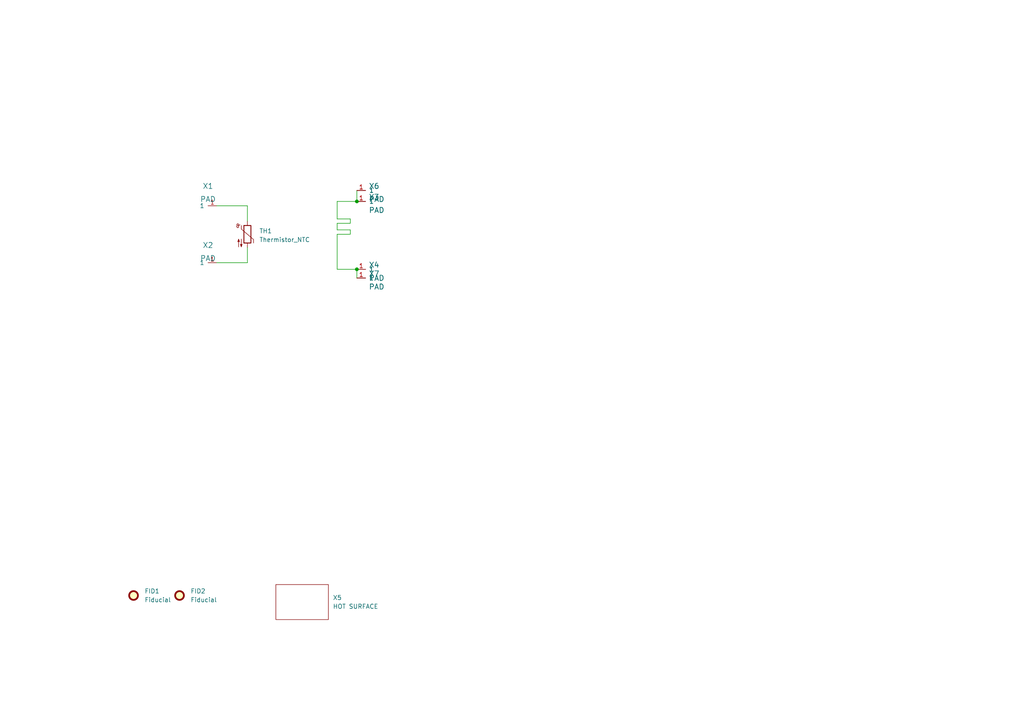
<source format=kicad_sch>
(kicad_sch (version 20211123) (generator eeschema)
  (paper "A4")
  (lib_symbols
    (symbol "Device:Thermistor_NTC" (pin_numbers hide) (pin_names (offset 0))
      (property "Reference" "TH" (at -4.445 0 90))
      (property "Value" "Thermistor_NTC" (at 3.175 0 90))
      (symbol "Thermistor_NTC_0_1"
        (arc (start -3.048 2.159) (mid -3.0495 2.3143) (end -3.175 2.413))
        (arc (start -3.048 2.159) (mid -2.9736 1.9794) (end -2.794 1.905))
        (arc (start -3.048 2.794) (mid -2.9736 2.6144) (end -2.794 2.54))
        (arc (start -2.794 1.905) (mid -2.6144 1.9794) (end -2.54 2.159))
        (arc (start -2.794 2.54) (mid -2.4393 2.5587) (end -2.159 2.794))
        (arc (start -2.794 3.048) (mid -2.9736 2.9736) (end -3.048 2.794))
        (arc (start -2.54 2.794) (mid -2.6144 2.9736) (end -2.794 3.048))
        (rectangle (start -1.016 2.54) (end 1.016 -2.54) (stroke (width 0.254)))
        (polyline (pts (xy -2.54 2.159) (xy -2.54 2.794)))
        (polyline (pts (xy -1.778 2.54) (xy -1.778 1.524) (xy 1.778 -1.524) (xy 1.778 -2.54)))
        (polyline (pts (xy -2.54 -3.683) (xy -2.54 -1.397) (xy -2.794 -2.159) (xy -2.286 -2.159) (xy -2.54 -1.397) (xy -2.54 -1.651)) (fill (type outline)))
        (polyline (pts (xy -1.778 -1.397) (xy -1.778 -3.683) (xy -2.032 -2.921) (xy -1.524 -2.921) (xy -1.778 -3.683) (xy -1.778 -3.429)) (fill (type outline)))
      )
      (symbol "Thermistor_NTC_1_1"
        (pin passive line (at 0 3.81 270) (length 1.27) (name "~") (number "1"))
        (pin passive line (at 0 -3.81 90) (length 1.27) (name "~") (number "2"))
      )
    )
    (symbol "GaudiLabsPartsLibrary:PAD" (pin_names (offset 1.016))
      (property "Reference" "X" (at 0 -3.81 0))
      (property "Value" "PAD" (at 0 2.54 0))
      (symbol "PAD_1_1"
        (pin input line (at -2.54 0 0) (length 2.54) (name "1") (number "1"))
      )
    )
    (symbol "GaudiLabs_New_Library:dummy"
      (property "Reference" "X" (at -6.35 6.35 0))
      (property "Value" "dummy" (at 0 -6.35 0))
      (symbol "dummy_0_1"
        (rectangle (start -7.62 5.08) (end 7.62 -5.08))
      )
    )
    (symbol "Mechanical:Fiducial"
      (property "Reference" "FID" (at 0 5.08 0))
      (property "Value" "Fiducial" (at 0 3.175 0))
      (symbol "Fiducial_0_1"
        (circle (center 0 0) (radius 1.27) (stroke (width 0.508)) (fill (type background)))
      )
    )
  )
  (junction (at 103.505 58.42))
  (junction (at 103.505 78.105))
  (wire (pts (xy 71.755 76.2) (xy 62.865 76.2)))
  (wire (pts (xy 71.755 71.755) (xy 71.755 76.2)))
  (wire (pts (xy 97.79 78.105) (xy 103.505 78.105)))
  (wire (pts (xy 101.6 66.675) (xy 101.6 67.945)))
  (wire (pts (xy 97.79 63.5) (xy 101.6 63.5)))
  (wire (pts (xy 97.79 67.945) (xy 97.79 78.105)))
  (wire (pts (xy 97.79 64.77) (xy 97.79 66.675)))
  (wire (pts (xy 101.6 63.5) (xy 101.6 64.77)))
  (wire (pts (xy 101.6 67.945) (xy 97.79 67.945)))
  (wire (pts (xy 103.505 78.105) (xy 103.505 80.645)))
  (wire (pts (xy 97.79 58.42) (xy 97.79 63.5)))
  (wire (pts (xy 97.79 66.675) (xy 101.6 66.675)))
  (wire (pts (xy 71.755 59.69) (xy 71.755 64.135)))
  (wire (pts (xy 62.865 59.69) (xy 71.755 59.69)))
  (wire (pts (xy 101.6 64.77) (xy 97.79 64.77)))
  (wire (pts (xy 103.505 58.42) (xy 97.79 58.42)))
  (wire (pts (xy 103.505 55.245) (xy 103.505 58.42)))
  (symbol (lib_id "GaudiLabsPartsLibrary:PAD") (at 106.045 80.645 0) (unit 1)
    (property "Reference" "X7" (at 106.934 79.375 0) (effects (font (size 1.524 1.524)) (justify left)))
    (property "Value" "PAD" (at 106.934 83.185 0) (effects (font (size 1.524 1.524)) (justify left)))
    (property "Footprint" "GaudiLabsFootPrints:PAD_SMD_FFC" (effects hide))
  )
  (symbol (lib_id "GaudiLabsPartsLibrary:PAD") (at 60.325 59.69 180) (unit 1)
    (property "Reference" "X1" (at 60.325 53.975 0) (effects (font (size 1.524 1.524))))
    (property "Value" "PAD" (at 60.325 57.785 0) (effects (font (size 1.524 1.524))))
    (property "Footprint" "GaudiLabsFootPrints:PAD_SMD_FFC" (effects hide))
  )
  (symbol (lib_id "Device:Thermistor_NTC") (at 71.755 67.945 0) (unit 1)
    (property "Reference" "TH1" (at 75.184 66.9924 0) (effects (justify left)))
    (property "Value" "Thermistor_NTC" (at 75.184 69.5324 0) (effects (justify left)))
    (property "Footprint" "Resistor_SMD:R_0402_1005Metric" (effects hide))
  )
  (symbol (lib_id "GaudiLabs_New_Library:dummy") (at 87.63 174.625 0) (unit 1)
    (property "Reference" "X5" (at 96.52 173.3549 0) (effects (justify left)))
    (property "Value" "HOT SURFACE" (at 96.52 175.8949 0) (effects (justify left)))
    (property "Footprint" "GaudiLabsLogos:HotSurfaceWarning" (effects hide))
  )
  (symbol (lib_id "GaudiLabsPartsLibrary:PAD") (at 106.045 58.42 0) (unit 1)
    (property "Reference" "X3" (at 106.934 57.15 0) (effects (font (size 1.524 1.524)) (justify left)))
    (property "Value" "PAD" (at 106.934 60.96 0) (effects (font (size 1.524 1.524)) (justify left)))
    (property "Footprint" "GaudiLabsFootPrints:PAD_SMD_FFC" (effects hide))
  )
  (symbol (lib_id "GaudiLabsPartsLibrary:PAD") (at 60.325 76.2 180) (unit 1)
    (property "Reference" "X2" (at 60.325 71.12 0) (effects (font (size 1.524 1.524))))
    (property "Value" "PAD" (at 60.325 74.93 0) (effects (font (size 1.524 1.524))))
    (property "Footprint" "GaudiLabsFootPrints:PAD_SMD_FFC" (effects hide))
  )
  (symbol (lib_id "GaudiLabsPartsLibrary:PAD") (at 106.045 55.245 0) (unit 1)
    (property "Reference" "X6" (at 106.934 53.975 0) (effects (font (size 1.524 1.524)) (justify left)))
    (property "Value" "PAD" (at 106.934 57.785 0) (effects (font (size 1.524 1.524)) (justify left)))
    (property "Footprint" "GaudiLabsFootPrints:PAD_SMD_FFC" (effects hide))
  )
  (symbol (lib_id "GaudiLabsPartsLibrary:PAD") (at 106.045 78.105 0) (unit 1)
    (property "Reference" "X4" (at 106.934 76.835 0) (effects (font (size 1.524 1.524)) (justify left)))
    (property "Value" "PAD" (at 106.934 80.645 0) (effects (font (size 1.524 1.524)) (justify left)))
    (property "Footprint" "GaudiLabsFootPrints:PAD_SMD_FFC" (effects hide))
  )
  (symbol (lib_id "Mechanical:Fiducial") (at 38.735 172.72 0) (unit 1)
    (property "Reference" "FID1" (at 41.91 171.4499 0) (effects (justify left)))
    (property "Value" "Fiducial" (at 41.91 173.9899 0) (effects (justify left)))
    (property "Footprint" "Fiducial:Fiducial_0.5mm_Mask1mm" (effects hide))
  )
  (symbol (lib_id "Mechanical:Fiducial") (at 52.07 172.72 0) (unit 1)
    (property "Reference" "FID2" (at 55.245 171.4499 0) (effects (justify left)))
    (property "Value" "Fiducial" (at 55.245 173.9899 0) (effects (justify left)))
    (property "Footprint" "Fiducial:Fiducial_0.5mm_Mask1mm" (effects hide))
  )
)
</source>
